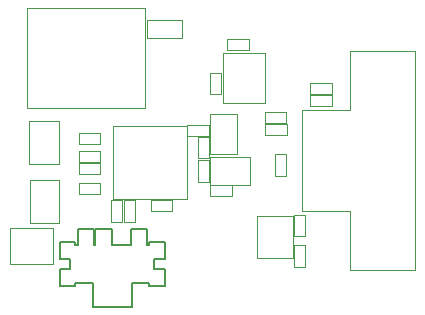
<source format=gbr>
%TF.GenerationSoftware,KiCad,Pcbnew,8.0.2-1*%
%TF.CreationDate,2024-06-13T15:13:00+09:00*%
%TF.ProjectId,eeg,6565672e-6b69-4636-9164-5f7063625858,rev?*%
%TF.SameCoordinates,Original*%
%TF.FileFunction,Other,User*%
%FSLAX46Y46*%
G04 Gerber Fmt 4.6, Leading zero omitted, Abs format (unit mm)*
G04 Created by KiCad (PCBNEW 8.0.2-1) date 2024-06-13 15:13:00*
%MOMM*%
%LPD*%
G01*
G04 APERTURE LIST*
%ADD10C,0.152400*%
%ADD11C,0.050000*%
G04 APERTURE END LIST*
D10*
%TO.C,SW1*%
X146358840Y-111254200D02*
X146358840Y-109806400D01*
X146358840Y-109806400D02*
X145454600Y-109806400D01*
X146358840Y-108993600D02*
X146358840Y-107545800D01*
X146358840Y-107545800D02*
X145038040Y-107545800D01*
X145454600Y-109806400D02*
X145454600Y-108993600D01*
X145454600Y-108993600D02*
X146358840Y-108993600D01*
X145038040Y-111254200D02*
X146358840Y-111254200D01*
X145038040Y-111000200D02*
X145038040Y-111254200D01*
X145038040Y-107799800D02*
X144845000Y-107799800D01*
X145038040Y-107545800D02*
X145038040Y-107799800D01*
X144845000Y-107799800D02*
X144845000Y-106448520D01*
X144845000Y-106448520D02*
X143448000Y-106448520D01*
X143549600Y-113006800D02*
X143549600Y-111000200D01*
X143549600Y-111000200D02*
X145038040Y-111000200D01*
X143448000Y-107799800D02*
X141847800Y-107799800D01*
X143448000Y-106448520D02*
X143448000Y-107799800D01*
X141847800Y-107799800D02*
X141847800Y-106448520D01*
X141847800Y-106448520D02*
X140450800Y-106448520D01*
X140450800Y-107799800D02*
X140349200Y-107799800D01*
X140450800Y-106448520D02*
X140450800Y-107799800D01*
X140349200Y-107799800D02*
X140349200Y-106448520D01*
X140349200Y-106448520D02*
X138952200Y-106448520D01*
X140247600Y-113006800D02*
X143549600Y-113006800D01*
X140247600Y-111000200D02*
X140247600Y-113006800D01*
X138952200Y-107799800D02*
X138759160Y-107799800D01*
X138952200Y-106448520D02*
X138952200Y-107799800D01*
X138759160Y-111254200D02*
X138759160Y-111000200D01*
X138759160Y-111000200D02*
X140247600Y-111000200D01*
X138759160Y-107799800D02*
X138759160Y-107545800D01*
X138759160Y-107545800D02*
X137438360Y-107545800D01*
X138342600Y-109806400D02*
X137438360Y-109806400D01*
X138342600Y-108993600D02*
X138342600Y-109806400D01*
X137438360Y-111254200D02*
X138759160Y-111254200D01*
X137438360Y-109806400D02*
X137438360Y-111254200D01*
X137438360Y-108993600D02*
X138342600Y-108993600D01*
X137438360Y-107545800D02*
X137438360Y-108993600D01*
D11*
%TO.C,U1*%
X167490000Y-109900000D02*
X167490000Y-91400000D01*
X167490000Y-91400000D02*
X161990000Y-91400000D01*
X161990000Y-109900000D02*
X167490000Y-109900000D01*
X161990000Y-104900000D02*
X161990000Y-109900000D01*
X161990000Y-104900000D02*
X157990000Y-104900000D01*
X161990000Y-91400000D02*
X161990000Y-96400000D01*
X157990000Y-104900000D02*
X157990000Y-96400000D01*
X157990000Y-96400000D02*
X161990000Y-96400000D01*
%TO.C,IC1*%
X148180000Y-103880000D02*
X141980000Y-103880000D01*
X148180000Y-97680000D02*
X148180000Y-103880000D01*
X141980000Y-103880000D02*
X141980000Y-97680000D01*
X141980000Y-97680000D02*
X148180000Y-97680000D01*
%TO.C,C2*%
X156560000Y-101910000D02*
X155640000Y-101910000D01*
X156560000Y-100090000D02*
X156560000Y-101910000D01*
X155640000Y-101910000D02*
X155640000Y-100090000D01*
X155640000Y-100090000D02*
X156560000Y-100090000D01*
%TO.C,C19*%
X153455000Y-91300000D02*
X151635000Y-91300000D01*
X153455000Y-90380000D02*
X153455000Y-91300000D01*
X151635000Y-91300000D02*
X151635000Y-90380000D01*
X151635000Y-90380000D02*
X153455000Y-90380000D01*
%TO.C,C8*%
X140870000Y-100760000D02*
X139050000Y-100760000D01*
X140870000Y-99840000D02*
X140870000Y-100760000D01*
X139050000Y-100760000D02*
X139050000Y-99840000D01*
X139050000Y-99840000D02*
X140870000Y-99840000D01*
%TO.C,C7*%
X146990000Y-104900000D02*
X145170000Y-104900000D01*
X146990000Y-103980000D02*
X146990000Y-104900000D01*
X145170000Y-104900000D02*
X145170000Y-103980000D01*
X145170000Y-103980000D02*
X146990000Y-103980000D01*
%TO.C,C17*%
X150080000Y-102430000D02*
X149160000Y-102430000D01*
X150080000Y-100610000D02*
X150080000Y-102430000D01*
X149160000Y-102430000D02*
X149160000Y-100610000D01*
X149160000Y-100610000D02*
X150080000Y-100610000D01*
%TO.C,U2*%
X157187500Y-108850000D02*
X154187500Y-108850000D01*
X157187500Y-105350000D02*
X157187500Y-108850000D01*
X154187500Y-108850000D02*
X154187500Y-105350000D01*
X154187500Y-105350000D02*
X157187500Y-105350000D01*
%TO.C,R1*%
X156660000Y-98520000D02*
X154800000Y-98520000D01*
X156660000Y-97580000D02*
X156660000Y-98520000D01*
X154800000Y-98520000D02*
X154800000Y-97580000D01*
X154800000Y-97580000D02*
X156660000Y-97580000D01*
%TO.C,D1*%
X147792500Y-90230000D02*
X144832500Y-90230000D01*
X147792500Y-88770000D02*
X147792500Y-90230000D01*
X144832500Y-90230000D02*
X144832500Y-88770000D01*
X144832500Y-88770000D02*
X147792500Y-88770000D01*
%TO.C,C5*%
X160490000Y-94990000D02*
X158670000Y-94990000D01*
X160490000Y-94070000D02*
X160490000Y-94990000D01*
X158670000Y-94990000D02*
X158670000Y-94070000D01*
X158670000Y-94070000D02*
X160490000Y-94070000D01*
%TO.C,C11*%
X150080000Y-98530000D02*
X148260000Y-98530000D01*
X150080000Y-97610000D02*
X150080000Y-98530000D01*
X148260000Y-98530000D02*
X148260000Y-97610000D01*
X148260000Y-97610000D02*
X150080000Y-97610000D01*
%TO.C,C10*%
X140869996Y-99250000D02*
X139049996Y-99250000D01*
X140869996Y-98330000D02*
X140869996Y-99250000D01*
X139049996Y-99250000D02*
X139049996Y-98330000D01*
X139049996Y-98330000D02*
X140869996Y-98330000D01*
%TO.C,C4*%
X158197500Y-109652500D02*
X157277500Y-109652500D01*
X158197500Y-107832500D02*
X158197500Y-109652500D01*
X157277500Y-109652500D02*
X157277500Y-107832500D01*
X157277500Y-107832500D02*
X158197500Y-107832500D01*
%TO.C,D3*%
X137350000Y-100900000D02*
X137350000Y-97300000D01*
X137350000Y-97300000D02*
X134850000Y-97300000D01*
X134850000Y-100900000D02*
X137350000Y-100900000D01*
X134850000Y-97300000D02*
X134850000Y-100900000D01*
%TO.C,R2*%
X142750000Y-105860000D02*
X141810000Y-105860000D01*
X142750000Y-104000000D02*
X142750000Y-105860000D01*
X141810000Y-105860000D02*
X141810000Y-104000000D01*
X141810000Y-104000000D02*
X142750000Y-104000000D01*
%TO.C,C15*%
X150080000Y-100450000D02*
X149160000Y-100450000D01*
X150080000Y-98630000D02*
X150080000Y-100450000D01*
X149160000Y-100450000D02*
X149160000Y-98630000D01*
X149160000Y-98630000D02*
X150080000Y-98630000D01*
%TO.C,L2*%
X153590000Y-102670000D02*
X150190000Y-102670000D01*
X153590000Y-100370000D02*
X153590000Y-102670000D01*
X150190000Y-102670000D02*
X150190000Y-100370000D01*
X150190000Y-100370000D02*
X153590000Y-100370000D01*
%TO.C,C18*%
X140870000Y-101810000D02*
X139050000Y-101810000D01*
X140870000Y-100890000D02*
X140870000Y-101810000D01*
X139050000Y-101810000D02*
X139050000Y-100890000D01*
X139050000Y-100890000D02*
X140870000Y-100890000D01*
%TO.C,BT1*%
X136870000Y-109420000D02*
X136870000Y-106320000D01*
X136870000Y-106320000D02*
X133270000Y-106320000D01*
X133270000Y-109420000D02*
X136870000Y-109420000D01*
X133270000Y-106320000D02*
X133270000Y-109420000D01*
%TO.C,IC2*%
X154800000Y-95750000D02*
X151250000Y-95750000D01*
X154800000Y-91550000D02*
X154800000Y-95750000D01*
X151250000Y-95750000D02*
X151250000Y-91550000D01*
X151250000Y-91550000D02*
X154800000Y-91550000D01*
%TO.C,D2*%
X137400000Y-105900000D02*
X137400000Y-102300000D01*
X137400000Y-102300000D02*
X134900000Y-102300000D01*
X134900000Y-105900000D02*
X137400000Y-105900000D01*
X134900000Y-102300000D02*
X134900000Y-105900000D01*
%TO.C,L1*%
X152490000Y-100090000D02*
X150190000Y-100090000D01*
X152490000Y-96690000D02*
X152490000Y-100090000D01*
X150190000Y-100090000D02*
X150190000Y-96690000D01*
X150190000Y-96690000D02*
X152490000Y-96690000D01*
%TO.C,R3*%
X143800000Y-105860000D02*
X142860000Y-105860000D01*
X143800000Y-104000000D02*
X143800000Y-105860000D01*
X142860000Y-105860000D02*
X142860000Y-104000000D01*
X142860000Y-104000000D02*
X143800000Y-104000000D01*
%TO.C,J3*%
X144700000Y-96150000D02*
X144700000Y-87730000D01*
X144700000Y-87730000D02*
X134650000Y-87730000D01*
X134650000Y-96150000D02*
X144700000Y-96150000D01*
X134650000Y-87730000D02*
X134650000Y-96150000D01*
%TO.C,C13*%
X151095000Y-95040000D02*
X150175000Y-95040000D01*
X151095000Y-93220000D02*
X151095000Y-95040000D01*
X150175000Y-95040000D02*
X150175000Y-93220000D01*
X150175000Y-93220000D02*
X151095000Y-93220000D01*
%TO.C,C3*%
X156640000Y-97450000D02*
X154820000Y-97450000D01*
X156640000Y-96530000D02*
X156640000Y-97450000D01*
X154820000Y-97450000D02*
X154820000Y-96530000D01*
X154820000Y-96530000D02*
X156640000Y-96530000D01*
%TO.C,C1*%
X160490000Y-96030000D02*
X158670000Y-96030000D01*
X160490000Y-95110000D02*
X160490000Y-96030000D01*
X158670000Y-96030000D02*
X158670000Y-95110000D01*
X158670000Y-95110000D02*
X160490000Y-95110000D01*
%TO.C,C6*%
X158197500Y-107032500D02*
X157277500Y-107032500D01*
X158197500Y-105212500D02*
X158197500Y-107032500D01*
X157277500Y-107032500D02*
X157277500Y-105212500D01*
X157277500Y-105212500D02*
X158197500Y-105212500D01*
%TO.C,C12*%
X152010000Y-103660000D02*
X150190000Y-103660000D01*
X152010000Y-102740000D02*
X152010000Y-103660000D01*
X150190000Y-103660000D02*
X150190000Y-102740000D01*
X150190000Y-102740000D02*
X152010000Y-102740000D01*
%TO.C,C9*%
X140890000Y-103480000D02*
X139070000Y-103480000D01*
X140890000Y-102560000D02*
X140890000Y-103480000D01*
X139070000Y-103480000D02*
X139070000Y-102560000D01*
X139070000Y-102560000D02*
X140890000Y-102560000D01*
%TD*%
M02*

</source>
